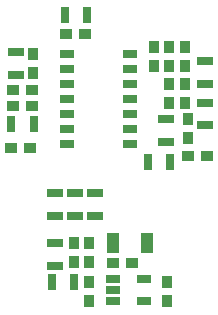
<source format=gbp>
G04*
G04 #@! TF.GenerationSoftware,Altium Limited,Altium Designer,22.2.1 (43)*
G04*
G04 Layer_Color=128*
%FSLAX25Y25*%
%MOIN*%
G70*
G04*
G04 #@! TF.SameCoordinates,4EB9BB6F-69CC-4AE6-9B36-E95FEA1B1F0F*
G04*
G04*
G04 #@! TF.FilePolarity,Positive*
G04*
G01*
G75*
%ADD21R,0.04194X0.03494*%
%ADD23R,0.03150X0.05512*%
%ADD26R,0.03494X0.04194*%
%ADD29R,0.05512X0.03150*%
%ADD163R,0.04724X0.02756*%
%ADD164R,0.03937X0.06693*%
%ADD165R,0.05039X0.02677*%
D21*
X332677Y22835D02*
D03*
X338977D02*
D03*
X357677Y58661D02*
D03*
X363977D02*
D03*
X305119Y61417D02*
D03*
X298819D02*
D03*
X305709Y75197D02*
D03*
X299409D02*
D03*
X305709Y80709D02*
D03*
X299409D02*
D03*
X323426Y99213D02*
D03*
X317126D02*
D03*
D23*
X319685Y16536D02*
D03*
X312205D02*
D03*
X344291Y56496D02*
D03*
X351772D02*
D03*
X298819Y69291D02*
D03*
X306299D02*
D03*
X316535Y105512D02*
D03*
X324016D02*
D03*
D26*
X319685Y29528D02*
D03*
Y23228D02*
D03*
X324803Y29528D02*
D03*
Y23228D02*
D03*
Y16536D02*
D03*
Y10236D02*
D03*
X350787D02*
D03*
Y16536D02*
D03*
X357677Y70867D02*
D03*
Y64566D02*
D03*
X356496Y76377D02*
D03*
Y82677D02*
D03*
X351378D02*
D03*
Y76377D02*
D03*
X356496Y88582D02*
D03*
Y94882D02*
D03*
X346260Y88583D02*
D03*
Y94883D02*
D03*
X351378D02*
D03*
Y88583D02*
D03*
X306102Y92520D02*
D03*
Y86221D02*
D03*
D29*
X313386Y29528D02*
D03*
Y22048D02*
D03*
Y46260D02*
D03*
Y38780D02*
D03*
X320079Y46260D02*
D03*
Y38780D02*
D03*
X326772Y46260D02*
D03*
Y38780D02*
D03*
X350394Y63386D02*
D03*
Y70866D02*
D03*
X363189Y68898D02*
D03*
Y76378D02*
D03*
Y90158D02*
D03*
Y82677D02*
D03*
X300218Y93191D02*
D03*
Y85710D02*
D03*
D163*
X342913Y17717D02*
D03*
Y10237D02*
D03*
X332677Y17717D02*
D03*
Y13977D02*
D03*
Y10237D02*
D03*
D164*
Y29528D02*
D03*
X344094D02*
D03*
D165*
X338228Y92559D02*
D03*
D03*
Y87559D02*
D03*
Y82559D02*
D03*
Y77559D02*
D03*
Y72559D02*
D03*
Y67559D02*
D03*
Y62559D02*
D03*
X317284Y87559D02*
D03*
Y82559D02*
D03*
Y77559D02*
D03*
Y72559D02*
D03*
Y67559D02*
D03*
Y62559D02*
D03*
Y92559D02*
D03*
M02*

</source>
